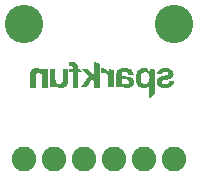
<source format=gbr>
G04 EAGLE Gerber RS-274X export*
G75*
%MOMM*%
%FSLAX34Y34*%
%LPD*%
%INSoldermask Bottom*%
%IPPOS*%
%AMOC8*
5,1,8,0,0,1.08239X$1,22.5*%
G01*
%ADD10C,3.251200*%
%ADD11C,2.082800*%
%ADD12C,0.025400*%

G36*
X131784Y63584D02*
X131784Y63584D01*
X135924Y67318D01*
X135926Y67324D01*
X135932Y67327D01*
X135956Y67387D01*
X135965Y67408D01*
X135964Y67410D01*
X135965Y67412D01*
X135965Y87986D01*
X135950Y88023D01*
X135940Y88062D01*
X135931Y88068D01*
X135927Y88077D01*
X135899Y88088D01*
X135863Y88110D01*
X131977Y88846D01*
X131962Y88843D01*
X131947Y88848D01*
X131915Y88833D01*
X131880Y88825D01*
X131872Y88812D01*
X131859Y88806D01*
X131844Y88767D01*
X131828Y88742D01*
X131831Y88731D01*
X131827Y88720D01*
X131851Y86803D01*
X131717Y86952D01*
X131716Y86953D01*
X131716Y86954D01*
X130827Y87919D01*
X130821Y87921D01*
X130817Y87928D01*
X130474Y88229D01*
X130463Y88233D01*
X130455Y88243D01*
X130061Y88476D01*
X130052Y88477D01*
X130044Y88484D01*
X128723Y89017D01*
X128712Y89017D01*
X128702Y89024D01*
X128220Y89126D01*
X128208Y89123D01*
X128196Y89128D01*
X126215Y89153D01*
X126204Y89149D01*
X126192Y89151D01*
X125107Y88968D01*
X125097Y88961D01*
X125083Y88961D01*
X124058Y88561D01*
X124051Y88553D01*
X124039Y88551D01*
X123137Y88010D01*
X123132Y88004D01*
X123123Y88001D01*
X122299Y87348D01*
X122293Y87338D01*
X122283Y87333D01*
X121491Y86443D01*
X121487Y86430D01*
X121475Y86421D01*
X120896Y85380D01*
X120894Y85368D01*
X120886Y85357D01*
X120212Y83244D01*
X120213Y83233D01*
X120207Y83222D01*
X119924Y81022D01*
X119927Y81011D01*
X119923Y80999D01*
X120041Y78784D01*
X120046Y78774D01*
X120044Y78762D01*
X120367Y77386D01*
X120374Y77377D01*
X120374Y77365D01*
X120930Y76065D01*
X120938Y76057D01*
X120940Y76046D01*
X121712Y74861D01*
X121721Y74855D01*
X121726Y74844D01*
X122383Y74137D01*
X122393Y74133D01*
X122399Y74123D01*
X123167Y73538D01*
X123178Y73536D01*
X123185Y73527D01*
X124041Y73081D01*
X124052Y73080D01*
X124061Y73072D01*
X124980Y72778D01*
X124990Y72779D01*
X125000Y72773D01*
X126212Y72584D01*
X126221Y72586D01*
X126230Y72583D01*
X127457Y72566D01*
X127465Y72569D01*
X127475Y72567D01*
X128692Y72722D01*
X128702Y72727D01*
X128714Y72727D01*
X129558Y72991D01*
X129568Y72999D01*
X129583Y73002D01*
X130352Y73439D01*
X130360Y73449D01*
X130374Y73454D01*
X131034Y74044D01*
X131040Y74056D01*
X131052Y74064D01*
X131572Y74780D01*
X131573Y74782D01*
X131573Y63678D01*
X131591Y63634D01*
X131608Y63591D01*
X131610Y63590D01*
X131611Y63587D01*
X131655Y63570D01*
X131699Y63552D01*
X131701Y63553D01*
X131703Y63552D01*
X131724Y63561D01*
X131784Y63584D01*
G37*
G36*
X114151Y72569D02*
X114151Y72569D01*
X114162Y72574D01*
X114176Y72572D01*
X115548Y72880D01*
X115559Y72888D01*
X115574Y72889D01*
X116843Y73495D01*
X116852Y73505D01*
X116866Y73509D01*
X117314Y73851D01*
X117320Y73861D01*
X117332Y73867D01*
X117709Y74287D01*
X117713Y74298D01*
X117723Y74306D01*
X118015Y74789D01*
X118017Y74800D01*
X118025Y74810D01*
X118398Y75803D01*
X118398Y75814D01*
X118404Y75825D01*
X118593Y76869D01*
X118590Y76880D01*
X118595Y76892D01*
X118592Y77953D01*
X118589Y77960D01*
X118591Y77963D01*
X118588Y77970D01*
X118589Y77980D01*
X118383Y78921D01*
X118374Y78933D01*
X118373Y78950D01*
X117944Y79812D01*
X117934Y79821D01*
X117929Y79836D01*
X117431Y80445D01*
X117426Y80448D01*
X117424Y80452D01*
X117418Y80454D01*
X117413Y80463D01*
X116803Y80961D01*
X116791Y80964D01*
X116782Y80975D01*
X116086Y81341D01*
X116075Y81342D01*
X116066Y81349D01*
X114581Y81833D01*
X114573Y81832D01*
X114564Y81837D01*
X113027Y82115D01*
X113023Y82114D01*
X113018Y82117D01*
X110812Y82345D01*
X109506Y82571D01*
X109037Y82736D01*
X108609Y82982D01*
X108325Y83243D01*
X108265Y83330D01*
X108223Y83427D01*
X108112Y83948D01*
X108112Y84479D01*
X108223Y85000D01*
X108362Y85314D01*
X108561Y85593D01*
X108814Y85827D01*
X109128Y86020D01*
X109474Y86148D01*
X109843Y86209D01*
X111198Y86259D01*
X111785Y86205D01*
X112346Y86040D01*
X112810Y85785D01*
X113200Y85429D01*
X113495Y84991D01*
X113679Y84496D01*
X113742Y83965D01*
X113742Y83922D01*
X113743Y83920D01*
X113742Y83918D01*
X113762Y83875D01*
X113780Y83831D01*
X113782Y83831D01*
X113783Y83829D01*
X113868Y83796D01*
X118009Y83796D01*
X118010Y83794D01*
X118052Y83784D01*
X118094Y83770D01*
X118100Y83773D01*
X118106Y83772D01*
X118131Y83788D01*
X118176Y83809D01*
X118201Y83834D01*
X118201Y83835D01*
X118217Y83877D01*
X118236Y83926D01*
X118236Y83927D01*
X118216Y83969D01*
X118197Y84012D01*
X118075Y84903D01*
X118069Y84914D01*
X118069Y84929D01*
X117735Y85870D01*
X117726Y85880D01*
X117723Y85894D01*
X117204Y86747D01*
X117193Y86755D01*
X117188Y86768D01*
X116505Y87498D01*
X116493Y87503D01*
X116485Y87515D01*
X115668Y88089D01*
X115656Y88092D01*
X115647Y88101D01*
X114489Y88630D01*
X114479Y88630D01*
X114470Y88637D01*
X113241Y88971D01*
X113232Y88970D01*
X113223Y88974D01*
X111483Y89188D01*
X111475Y89185D01*
X111467Y89188D01*
X109713Y89180D01*
X109706Y89177D01*
X109697Y89179D01*
X107958Y88949D01*
X107950Y88944D01*
X107939Y88945D01*
X106525Y88520D01*
X106516Y88512D01*
X106502Y88511D01*
X105199Y87817D01*
X105190Y87807D01*
X105176Y87802D01*
X104614Y87319D01*
X104607Y87305D01*
X104593Y87296D01*
X104166Y86691D01*
X104163Y86676D01*
X104151Y86664D01*
X103884Y85973D01*
X103885Y85958D01*
X103877Y85943D01*
X103786Y85208D01*
X103788Y85200D01*
X103785Y85192D01*
X103785Y80366D01*
X103786Y80364D01*
X103785Y80362D01*
X103792Y80347D01*
X103760Y80263D01*
X103785Y75925D01*
X103683Y74588D01*
X103334Y73293D01*
X103260Y73094D01*
X103261Y73069D01*
X103252Y73046D01*
X103263Y73022D01*
X103264Y72996D01*
X103283Y72979D01*
X103293Y72957D01*
X103320Y72946D01*
X103338Y72930D01*
X103357Y72932D01*
X103378Y72924D01*
X107412Y72924D01*
X107448Y72921D01*
X107476Y72930D01*
X107516Y72934D01*
X107553Y72953D01*
X107572Y72975D01*
X107604Y72999D01*
X107626Y73035D01*
X107628Y73052D01*
X107640Y73068D01*
X107716Y73348D01*
X107715Y73351D01*
X107717Y73354D01*
X107944Y74383D01*
X107954Y74406D01*
X107960Y74412D01*
X107968Y74414D01*
X107977Y74413D01*
X108001Y74397D01*
X108828Y73694D01*
X108839Y73690D01*
X108848Y73680D01*
X109799Y73140D01*
X109810Y73139D01*
X109820Y73131D01*
X110855Y72778D01*
X110867Y72779D01*
X110877Y72773D01*
X112495Y72532D01*
X112505Y72535D01*
X112516Y72531D01*
X114151Y72569D01*
G37*
G36*
X89284Y72798D02*
X89284Y72798D01*
X89287Y72797D01*
X89370Y72834D01*
X89421Y72885D01*
X89423Y72888D01*
X89425Y72889D01*
X89458Y72974D01*
X89458Y92304D01*
X89450Y92323D01*
X89452Y92343D01*
X89431Y92370D01*
X89420Y92395D01*
X89406Y92400D01*
X89395Y92414D01*
X85255Y94776D01*
X85220Y94780D01*
X85188Y94792D01*
X85173Y94785D01*
X85157Y94787D01*
X85130Y94765D01*
X85099Y94751D01*
X85092Y94735D01*
X85080Y94725D01*
X85078Y94698D01*
X85066Y94666D01*
X85066Y83236D01*
X79591Y88710D01*
X79588Y88712D01*
X79587Y88714D01*
X79502Y88747D01*
X74828Y88747D01*
X74826Y88747D01*
X74825Y88747D01*
X74781Y88727D01*
X74737Y88709D01*
X74737Y88707D01*
X74735Y88706D01*
X74719Y88662D01*
X74702Y88617D01*
X74703Y88615D01*
X74702Y88614D01*
X74740Y88531D01*
X80431Y82965D01*
X73834Y73070D01*
X73827Y73032D01*
X73813Y72995D01*
X73818Y72985D01*
X73816Y72973D01*
X73838Y72942D01*
X73855Y72906D01*
X73866Y72902D01*
X73872Y72893D01*
X73902Y72888D01*
X73940Y72874D01*
X79020Y72899D01*
X79037Y72906D01*
X79055Y72904D01*
X79084Y72926D01*
X79110Y72938D01*
X79115Y72950D01*
X79127Y72960D01*
X83360Y79938D01*
X85015Y78331D01*
X85015Y72923D01*
X85016Y72921D01*
X85015Y72919D01*
X85035Y72876D01*
X85053Y72832D01*
X85055Y72832D01*
X85056Y72830D01*
X85141Y72797D01*
X89281Y72797D01*
X89284Y72798D01*
G37*
G36*
X57716Y72497D02*
X57716Y72497D01*
X57727Y72494D01*
X58760Y72641D01*
X58771Y72647D01*
X58784Y72647D01*
X59770Y72990D01*
X59779Y72998D01*
X59792Y73000D01*
X60694Y73526D01*
X60701Y73536D01*
X60714Y73541D01*
X60968Y73769D01*
X60974Y73780D01*
X60985Y73788D01*
X61646Y74673D01*
X61648Y74684D01*
X61658Y74693D01*
X62146Y75683D01*
X62146Y75695D01*
X62154Y75705D01*
X62454Y76768D01*
X62452Y76779D01*
X62458Y76791D01*
X62559Y77890D01*
X62557Y77896D01*
X62559Y77902D01*
X62559Y88697D01*
X62558Y88699D01*
X62559Y88701D01*
X62539Y88744D01*
X62521Y88788D01*
X62519Y88788D01*
X62518Y88790D01*
X62433Y88823D01*
X58293Y88823D01*
X58291Y88822D01*
X58289Y88823D01*
X58246Y88803D01*
X58202Y88785D01*
X58202Y88783D01*
X58200Y88782D01*
X58167Y88697D01*
X58167Y78700D01*
X58018Y77870D01*
X57675Y77102D01*
X57403Y76740D01*
X57062Y76439D01*
X56667Y76214D01*
X55978Y75991D01*
X55259Y75911D01*
X54538Y75978D01*
X53847Y76190D01*
X53337Y76478D01*
X52906Y76875D01*
X52579Y77360D01*
X52370Y77910D01*
X52145Y79114D01*
X52069Y80344D01*
X52069Y88646D01*
X52068Y88648D01*
X52069Y88650D01*
X52049Y88693D01*
X52031Y88737D01*
X52029Y88737D01*
X52028Y88739D01*
X51943Y88772D01*
X47727Y88772D01*
X47725Y88771D01*
X47723Y88772D01*
X47680Y88752D01*
X47636Y88734D01*
X47636Y88732D01*
X47634Y88731D01*
X47601Y88646D01*
X47601Y73025D01*
X47602Y73023D01*
X47601Y73021D01*
X47621Y72978D01*
X47639Y72934D01*
X47641Y72934D01*
X47642Y72932D01*
X47727Y72899D01*
X51740Y72899D01*
X51742Y72900D01*
X51744Y72899D01*
X51787Y72919D01*
X51831Y72937D01*
X51831Y72939D01*
X51833Y72940D01*
X51866Y73025D01*
X51866Y75082D01*
X52373Y74441D01*
X52381Y74437D01*
X52385Y74428D01*
X53212Y73643D01*
X53221Y73640D01*
X53226Y73632D01*
X54156Y72973D01*
X54165Y72971D01*
X54173Y72963D01*
X54418Y72841D01*
X54429Y72840D01*
X54438Y72833D01*
X54700Y72752D01*
X54709Y72753D01*
X54718Y72748D01*
X56196Y72525D01*
X56204Y72527D01*
X56212Y72523D01*
X57706Y72493D01*
X57716Y72497D01*
G37*
G36*
X45239Y72824D02*
X45239Y72824D01*
X45241Y72823D01*
X45284Y72843D01*
X45328Y72861D01*
X45328Y72863D01*
X45330Y72864D01*
X45363Y72949D01*
X45363Y88671D01*
X45362Y88673D01*
X45363Y88675D01*
X45343Y88718D01*
X45325Y88762D01*
X45323Y88762D01*
X45322Y88764D01*
X45237Y88797D01*
X41199Y88797D01*
X41197Y88796D01*
X41195Y88797D01*
X41152Y88777D01*
X41108Y88759D01*
X41108Y88757D01*
X41106Y88756D01*
X41073Y88671D01*
X41073Y86603D01*
X41031Y86632D01*
X40917Y86768D01*
X40640Y87146D01*
X40636Y87148D01*
X40634Y87153D01*
X40232Y87626D01*
X40225Y87630D01*
X40221Y87638D01*
X40026Y87814D01*
X39886Y87940D01*
X39760Y88054D01*
X39750Y88057D01*
X39742Y88067D01*
X38844Y88634D01*
X38831Y88637D01*
X38820Y88646D01*
X37824Y89015D01*
X37811Y89015D01*
X37798Y89022D01*
X36746Y89177D01*
X36736Y89174D01*
X36725Y89178D01*
X34719Y89128D01*
X34709Y89124D01*
X34696Y89126D01*
X33719Y88920D01*
X33707Y88912D01*
X33691Y88911D01*
X32786Y88489D01*
X32777Y88478D01*
X32762Y88474D01*
X31977Y87856D01*
X31971Y87845D01*
X31959Y87839D01*
X31470Y87264D01*
X31467Y87253D01*
X31457Y87246D01*
X31073Y86597D01*
X31071Y86586D01*
X31063Y86577D01*
X30794Y85872D01*
X30794Y85863D01*
X30789Y85854D01*
X30549Y84747D01*
X30551Y84738D01*
X30547Y84730D01*
X30456Y83601D01*
X30458Y83596D01*
X30456Y83591D01*
X30456Y73050D01*
X30457Y73048D01*
X30456Y73046D01*
X30476Y73003D01*
X30494Y72959D01*
X30496Y72959D01*
X30497Y72957D01*
X30582Y72924D01*
X34671Y72924D01*
X34673Y72925D01*
X34675Y72924D01*
X34718Y72944D01*
X34762Y72962D01*
X34762Y72964D01*
X34764Y72965D01*
X34797Y73050D01*
X34797Y82696D01*
X34862Y83414D01*
X35053Y84102D01*
X35363Y84744D01*
X35659Y85131D01*
X36033Y85440D01*
X36468Y85657D01*
X36768Y85734D01*
X37084Y85751D01*
X38189Y85701D01*
X38745Y85614D01*
X39261Y85410D01*
X39718Y85096D01*
X40235Y84527D01*
X40598Y83848D01*
X40815Y83098D01*
X40895Y82315D01*
X40895Y72949D01*
X40896Y72947D01*
X40895Y72945D01*
X40915Y72902D01*
X40933Y72858D01*
X40935Y72858D01*
X40936Y72856D01*
X41021Y72823D01*
X45237Y72823D01*
X45239Y72824D01*
G37*
G36*
X144934Y72545D02*
X144934Y72545D01*
X144941Y72543D01*
X147507Y72721D01*
X147516Y72726D01*
X147526Y72724D01*
X148447Y72936D01*
X148458Y72944D01*
X148472Y72945D01*
X149329Y73342D01*
X149335Y73349D01*
X149344Y73351D01*
X150538Y74113D01*
X150543Y74119D01*
X150551Y74122D01*
X151066Y74553D01*
X151071Y74564D01*
X151083Y74570D01*
X151503Y75094D01*
X151507Y75105D01*
X151517Y75114D01*
X151826Y75710D01*
X151827Y75719D01*
X151834Y75727D01*
X152266Y76997D01*
X152265Y77007D01*
X152270Y77016D01*
X152372Y77600D01*
X152371Y77607D01*
X152374Y77613D01*
X152399Y77969D01*
X152398Y77973D01*
X152399Y77976D01*
X152398Y77978D01*
X152399Y77982D01*
X152387Y78008D01*
X152384Y78038D01*
X152383Y78039D01*
X152383Y78040D01*
X152372Y78049D01*
X152367Y78062D01*
X152361Y78065D01*
X152358Y78071D01*
X152328Y78083D01*
X152308Y78099D01*
X152306Y78099D01*
X152305Y78100D01*
X152290Y78099D01*
X152278Y78104D01*
X152276Y78103D01*
X152273Y78104D01*
X148412Y78104D01*
X148410Y78103D01*
X148408Y78104D01*
X148365Y78084D01*
X148321Y78066D01*
X148321Y78064D01*
X148319Y78063D01*
X148286Y77978D01*
X148286Y77931D01*
X148257Y77434D01*
X148111Y76972D01*
X147855Y76558D01*
X147751Y76453D01*
X147625Y76327D01*
X147413Y76115D01*
X146886Y75778D01*
X146299Y75561D01*
X145737Y75488D01*
X144407Y75488D01*
X143804Y75562D01*
X143237Y75759D01*
X142724Y76071D01*
X142437Y76355D01*
X142228Y76700D01*
X142111Y77085D01*
X142094Y77489D01*
X142179Y77884D01*
X142360Y78246D01*
X142625Y78550D01*
X142961Y78781D01*
X144068Y79251D01*
X145242Y79557D01*
X148873Y80420D01*
X148880Y80425D01*
X148889Y80425D01*
X149697Y80731D01*
X149704Y80737D01*
X149714Y80739D01*
X150465Y81166D01*
X150471Y81173D01*
X150481Y81177D01*
X151158Y81714D01*
X151163Y81724D01*
X151174Y81730D01*
X151511Y82115D01*
X151515Y82128D01*
X151526Y82137D01*
X151775Y82584D01*
X151776Y82597D01*
X151785Y82608D01*
X151937Y83097D01*
X151935Y83109D01*
X151942Y83122D01*
X152047Y84258D01*
X152044Y84271D01*
X152047Y84284D01*
X151918Y85418D01*
X151912Y85429D01*
X151913Y85443D01*
X151555Y86527D01*
X151547Y86536D01*
X151545Y86550D01*
X151246Y87072D01*
X151236Y87079D01*
X151231Y87092D01*
X150837Y87547D01*
X150826Y87552D01*
X150819Y87564D01*
X150343Y87933D01*
X150332Y87936D01*
X150323Y87945D01*
X149042Y88599D01*
X149031Y88600D01*
X149021Y88607D01*
X147643Y89018D01*
X147632Y89017D01*
X147620Y89023D01*
X146191Y89178D01*
X146184Y89176D01*
X146177Y89178D01*
X144374Y89178D01*
X144368Y89176D01*
X144361Y89178D01*
X142968Y89038D01*
X142959Y89033D01*
X142948Y89034D01*
X141597Y88666D01*
X141588Y88659D01*
X141574Y88657D01*
X140477Y88119D01*
X140468Y88109D01*
X140454Y88105D01*
X139495Y87348D01*
X139489Y87338D01*
X139478Y87333D01*
X139130Y86937D01*
X139128Y86932D01*
X139127Y86932D01*
X139126Y86928D01*
X139118Y86922D01*
X138832Y86480D01*
X138830Y86470D01*
X138823Y86463D01*
X138467Y85675D01*
X138467Y85670D01*
X138463Y85666D01*
X138260Y85108D01*
X138262Y85084D01*
X138257Y85072D01*
X138260Y85065D01*
X138255Y85040D01*
X138264Y85026D01*
X138255Y85014D01*
X138257Y85008D01*
X138253Y85001D01*
X138177Y84290D01*
X138179Y84284D01*
X138178Y84280D01*
X138179Y84278D01*
X138177Y84273D01*
X138194Y84236D01*
X138206Y84196D01*
X138214Y84192D01*
X138218Y84184D01*
X138268Y84164D01*
X138294Y84151D01*
X138298Y84153D01*
X138303Y84151D01*
X142189Y84151D01*
X142233Y84169D01*
X142277Y84187D01*
X142278Y84188D01*
X142280Y84189D01*
X142287Y84208D01*
X142315Y84269D01*
X142331Y84529D01*
X142386Y84772D01*
X142536Y85124D01*
X142754Y85437D01*
X143030Y85701D01*
X143452Y85972D01*
X143919Y86161D01*
X144415Y86259D01*
X145263Y86303D01*
X146111Y86259D01*
X146560Y86174D01*
X146984Y86017D01*
X147285Y85822D01*
X147518Y85554D01*
X147673Y85212D01*
X147721Y84840D01*
X147656Y84471D01*
X147472Y84110D01*
X147237Y83867D01*
X147189Y83817D01*
X146514Y83401D01*
X145762Y83129D01*
X143739Y82725D01*
X143738Y82724D01*
X143737Y82724D01*
X142014Y82343D01*
X142007Y82338D01*
X141998Y82338D01*
X140342Y81728D01*
X140336Y81722D01*
X140326Y81721D01*
X139570Y81316D01*
X139564Y81309D01*
X139555Y81306D01*
X138863Y80798D01*
X138858Y80788D01*
X138846Y80783D01*
X138514Y80433D01*
X138509Y80421D01*
X138498Y80412D01*
X138246Y80000D01*
X138244Y79986D01*
X138234Y79974D01*
X137897Y78971D01*
X137898Y78956D01*
X137890Y78942D01*
X137796Y77887D01*
X137799Y77878D01*
X137796Y77867D01*
X137872Y76826D01*
X137876Y76818D01*
X137875Y76808D01*
X138018Y76144D01*
X138024Y76134D01*
X138025Y76121D01*
X138291Y75496D01*
X138299Y75487D01*
X138302Y75475D01*
X138681Y74911D01*
X138691Y74904D01*
X138696Y74893D01*
X139422Y74150D01*
X139432Y74146D01*
X139438Y74135D01*
X140282Y73529D01*
X140292Y73527D01*
X140301Y73518D01*
X141236Y73067D01*
X141247Y73066D01*
X141257Y73059D01*
X142257Y72777D01*
X142265Y72778D01*
X142274Y72773D01*
X143588Y72591D01*
X143595Y72593D01*
X143601Y72590D01*
X144928Y72543D01*
X144934Y72545D01*
G37*
G36*
X71071Y72824D02*
X71071Y72824D01*
X71073Y72823D01*
X71116Y72843D01*
X71160Y72861D01*
X71160Y72863D01*
X71162Y72864D01*
X71195Y72949D01*
X71195Y85829D01*
X75058Y85853D01*
X75059Y85853D01*
X75104Y85873D01*
X75148Y85892D01*
X75149Y85893D01*
X75166Y85938D01*
X75183Y85984D01*
X75183Y85985D01*
X75146Y86068D01*
X72479Y88735D01*
X72476Y88737D01*
X72475Y88739D01*
X72390Y88772D01*
X71144Y88772D01*
X71144Y89103D01*
X71142Y89108D01*
X71144Y89113D01*
X70967Y91247D01*
X70962Y91257D01*
X70962Y91258D01*
X70962Y91259D01*
X70962Y91260D01*
X70963Y91269D01*
X70815Y91836D01*
X70808Y91845D01*
X70807Y91857D01*
X70559Y92388D01*
X70550Y92396D01*
X70547Y92408D01*
X70207Y92885D01*
X70197Y92891D01*
X70191Y92903D01*
X69448Y93613D01*
X69438Y93617D01*
X69436Y93621D01*
X69433Y93622D01*
X69429Y93628D01*
X68561Y94178D01*
X68549Y94180D01*
X68539Y94189D01*
X67581Y94558D01*
X67568Y94558D01*
X67557Y94565D01*
X66544Y94739D01*
X66534Y94737D01*
X66523Y94741D01*
X64973Y94741D01*
X64970Y94740D01*
X64966Y94741D01*
X63649Y94665D01*
X63627Y94665D01*
X63625Y94664D01*
X63623Y94665D01*
X63580Y94645D01*
X63536Y94627D01*
X63536Y94625D01*
X63534Y94624D01*
X63501Y94539D01*
X63501Y91516D01*
X63502Y91514D01*
X63501Y91512D01*
X63521Y91469D01*
X63539Y91425D01*
X63541Y91425D01*
X63542Y91423D01*
X63627Y91390D01*
X63703Y91390D01*
X63708Y91392D01*
X63715Y91390D01*
X63995Y91416D01*
X64910Y91501D01*
X65810Y91418D01*
X66092Y91321D01*
X66332Y91151D01*
X66514Y90919D01*
X66689Y90496D01*
X66752Y90034D01*
X66752Y88772D01*
X63906Y88772D01*
X63904Y88771D01*
X63902Y88772D01*
X63859Y88752D01*
X63815Y88734D01*
X63815Y88732D01*
X63813Y88731D01*
X63780Y88646D01*
X63780Y85979D01*
X63781Y85977D01*
X63780Y85975D01*
X63800Y85932D01*
X63818Y85888D01*
X63820Y85888D01*
X63821Y85886D01*
X63906Y85853D01*
X66778Y85853D01*
X66778Y72949D01*
X66779Y72947D01*
X66778Y72945D01*
X66798Y72902D01*
X66816Y72858D01*
X66818Y72858D01*
X66819Y72856D01*
X66904Y72823D01*
X71069Y72823D01*
X71071Y72824D01*
G37*
G36*
X101196Y72925D02*
X101196Y72925D01*
X101198Y72924D01*
X101241Y72944D01*
X101285Y72962D01*
X101286Y72964D01*
X101288Y72965D01*
X101320Y73050D01*
X101294Y87935D01*
X101278Y87973D01*
X101268Y88012D01*
X101259Y88017D01*
X101256Y88026D01*
X101227Y88037D01*
X101190Y88059D01*
X97329Y88745D01*
X97316Y88742D01*
X97303Y88747D01*
X97269Y88732D01*
X97233Y88723D01*
X97226Y88712D01*
X97214Y88706D01*
X97198Y88665D01*
X97182Y88639D01*
X97184Y88630D01*
X97181Y88621D01*
X97181Y85841D01*
X97134Y85856D01*
X96955Y86124D01*
X96269Y87166D01*
X96264Y87170D01*
X96261Y87177D01*
X95945Y87560D01*
X95932Y87567D01*
X95924Y87580D01*
X95530Y87882D01*
X95525Y87883D01*
X95522Y87887D01*
X94633Y88472D01*
X94630Y88473D01*
X94627Y88476D01*
X94016Y88829D01*
X94004Y88831D01*
X93993Y88840D01*
X93323Y89063D01*
X93311Y89062D01*
X93299Y89068D01*
X92598Y89152D01*
X92588Y89149D01*
X92576Y89153D01*
X91204Y89077D01*
X91161Y89056D01*
X91118Y89036D01*
X91117Y89034D01*
X91116Y89034D01*
X91110Y89016D01*
X91085Y88951D01*
X91085Y85090D01*
X91086Y85088D01*
X91085Y85086D01*
X91105Y85043D01*
X91123Y84999D01*
X91125Y84999D01*
X91126Y84997D01*
X91211Y84964D01*
X91237Y84964D01*
X91246Y84968D01*
X91258Y84965D01*
X91410Y84990D01*
X91412Y84992D01*
X91415Y84991D01*
X92012Y85116D01*
X93537Y85116D01*
X94079Y85024D01*
X94597Y84843D01*
X95076Y84579D01*
X95743Y84019D01*
X96268Y83327D01*
X96629Y82534D01*
X96829Y81715D01*
X96902Y80869D01*
X96902Y73050D01*
X96903Y73048D01*
X96902Y73046D01*
X96922Y73003D01*
X96940Y72959D01*
X96942Y72959D01*
X96943Y72957D01*
X97028Y72924D01*
X101194Y72924D01*
X101196Y72925D01*
G37*
%LPC*%
G36*
X126734Y75991D02*
X126734Y75991D01*
X125995Y76329D01*
X125369Y76845D01*
X124897Y77503D01*
X124608Y78264D01*
X124304Y80211D01*
X124307Y82182D01*
X124498Y83152D01*
X124901Y84051D01*
X125498Y84837D01*
X126257Y85467D01*
X126757Y85727D01*
X127299Y85883D01*
X127866Y85929D01*
X128941Y85878D01*
X129313Y85804D01*
X129651Y85642D01*
X130364Y85086D01*
X130961Y84406D01*
X131374Y83699D01*
X131641Y82925D01*
X131751Y82110D01*
X131725Y79564D01*
X131601Y78795D01*
X131376Y78120D01*
X131377Y78108D01*
X131371Y78096D01*
X131366Y78059D01*
X131374Y78032D01*
X131374Y78021D01*
X131346Y78008D01*
X131302Y77988D01*
X131302Y77987D01*
X131301Y77987D01*
X131268Y77902D01*
X131268Y77864D01*
X131256Y77805D01*
X131214Y77745D01*
X131214Y77744D01*
X131213Y77743D01*
X131162Y77667D01*
X131161Y77661D01*
X131156Y77656D01*
X130856Y77092D01*
X130444Y76623D01*
X129935Y76260D01*
X129258Y75970D01*
X128536Y75818D01*
X127625Y75812D01*
X126734Y75991D01*
G37*
%LPD*%
%LPC*%
G36*
X110039Y75612D02*
X110039Y75612D01*
X109717Y75734D01*
X109426Y75919D01*
X108682Y76638D01*
X108532Y76857D01*
X108425Y77106D01*
X108378Y77271D01*
X108171Y78341D01*
X108101Y79430D01*
X108101Y80264D01*
X108100Y80266D01*
X108101Y80268D01*
X108081Y80311D01*
X108081Y80313D01*
X108101Y80366D01*
X108101Y80658D01*
X108243Y80531D01*
X108258Y80526D01*
X108269Y80513D01*
X108476Y80406D01*
X108488Y80405D01*
X108498Y80397D01*
X109462Y80109D01*
X109470Y80110D01*
X109477Y80106D01*
X110469Y79937D01*
X110473Y79938D01*
X110477Y79935D01*
X111920Y79783D01*
X112470Y79678D01*
X112988Y79481D01*
X113462Y79197D01*
X113730Y78953D01*
X113934Y78655D01*
X114154Y78113D01*
X114261Y77538D01*
X114250Y76953D01*
X114179Y76645D01*
X114044Y76360D01*
X113853Y76110D01*
X113491Y75813D01*
X113070Y75610D01*
X112609Y75513D01*
X111081Y75463D01*
X110039Y75612D01*
G37*
%LPD*%
D10*
X25400Y127000D03*
X152400Y127000D03*
D11*
X25400Y12700D03*
X50800Y12700D03*
X76200Y12700D03*
X101600Y12700D03*
X127000Y12700D03*
X152400Y12700D03*
D12*
X45237Y72949D02*
X45237Y88671D01*
X41199Y88671D01*
X41199Y86462D01*
X41123Y86462D01*
X41095Y86464D01*
X41067Y86468D01*
X41040Y86477D01*
X41014Y86488D01*
X40989Y86502D01*
X40966Y86519D01*
X40945Y86538D01*
X40901Y86587D01*
X40858Y86638D01*
X40818Y86690D01*
X40538Y87071D01*
X40463Y87169D01*
X40385Y87266D01*
X40304Y87361D01*
X40221Y87453D01*
X40136Y87544D01*
X40048Y87632D01*
X39958Y87717D01*
X39866Y87801D01*
X39772Y87881D01*
X39675Y87960D01*
X39676Y87960D02*
X39565Y88045D01*
X39453Y88126D01*
X39338Y88205D01*
X39221Y88280D01*
X39103Y88352D01*
X38982Y88421D01*
X38860Y88486D01*
X38735Y88549D01*
X38609Y88607D01*
X38482Y88663D01*
X38353Y88714D01*
X38223Y88763D01*
X38091Y88807D01*
X37959Y88848D01*
X37825Y88886D01*
X37690Y88920D01*
X37555Y88950D01*
X37418Y88976D01*
X37281Y88999D01*
X37144Y89018D01*
X37005Y89033D01*
X36867Y89045D01*
X36728Y89052D01*
X36393Y89062D01*
X36059Y89065D01*
X35724Y89060D01*
X35390Y89048D01*
X35056Y89029D01*
X34722Y89002D01*
X34592Y88988D01*
X34462Y88970D01*
X34334Y88948D01*
X34206Y88923D01*
X34079Y88893D01*
X33952Y88860D01*
X33827Y88823D01*
X33703Y88782D01*
X33580Y88738D01*
X33459Y88690D01*
X33339Y88638D01*
X33221Y88583D01*
X33104Y88524D01*
X32990Y88462D01*
X32877Y88397D01*
X32766Y88328D01*
X32657Y88255D01*
X32551Y88180D01*
X32447Y88101D01*
X32345Y88020D01*
X32246Y87935D01*
X32149Y87847D01*
X32055Y87757D01*
X31967Y87667D01*
X31881Y87574D01*
X31798Y87480D01*
X31718Y87383D01*
X31641Y87283D01*
X31566Y87182D01*
X31494Y87078D01*
X31426Y86973D01*
X31360Y86865D01*
X31297Y86756D01*
X31238Y86645D01*
X31181Y86532D01*
X31128Y86418D01*
X31078Y86302D01*
X31032Y86185D01*
X30988Y86067D01*
X30949Y85947D01*
X30912Y85827D01*
X30857Y85628D01*
X30808Y85428D01*
X30763Y85227D01*
X30723Y85025D01*
X30688Y84822D01*
X30658Y84618D01*
X30633Y84413D01*
X30612Y84208D01*
X30597Y84003D01*
X30587Y83797D01*
X30582Y83591D01*
X30582Y73050D01*
X34671Y73050D01*
X34671Y82702D01*
X34673Y82825D01*
X34678Y82948D01*
X34688Y83071D01*
X34700Y83194D01*
X34717Y83315D01*
X34737Y83437D01*
X34761Y83558D01*
X34789Y83678D01*
X34820Y83797D01*
X34854Y83915D01*
X34892Y84032D01*
X34934Y84148D01*
X34979Y84262D01*
X35028Y84375D01*
X35080Y84487D01*
X35135Y84597D01*
X35193Y84705D01*
X35255Y84811D01*
X35303Y84888D01*
X35355Y84963D01*
X35409Y85036D01*
X35466Y85106D01*
X35526Y85175D01*
X35589Y85241D01*
X35654Y85304D01*
X35722Y85365D01*
X35792Y85422D01*
X35864Y85477D01*
X35939Y85529D01*
X36015Y85579D01*
X36094Y85624D01*
X36174Y85667D01*
X36256Y85707D01*
X36339Y85743D01*
X36424Y85776D01*
X36495Y85800D01*
X36566Y85821D01*
X36639Y85839D01*
X36712Y85853D01*
X36786Y85865D01*
X36860Y85873D01*
X36935Y85878D01*
X37009Y85879D01*
X37084Y85877D01*
X37084Y85878D02*
X38202Y85828D01*
X38202Y85827D02*
X38299Y85820D01*
X38396Y85811D01*
X38492Y85798D01*
X38588Y85781D01*
X38684Y85760D01*
X38778Y85737D01*
X38872Y85709D01*
X38964Y85678D01*
X39055Y85644D01*
X39145Y85606D01*
X39233Y85566D01*
X39320Y85521D01*
X39405Y85474D01*
X39489Y85423D01*
X39570Y85370D01*
X39649Y85313D01*
X39727Y85254D01*
X39801Y85192D01*
X39802Y85191D02*
X39881Y85120D01*
X39959Y85047D01*
X40034Y84970D01*
X40106Y84892D01*
X40176Y84811D01*
X40243Y84728D01*
X40307Y84643D01*
X40369Y84556D01*
X40427Y84466D01*
X40483Y84375D01*
X40536Y84282D01*
X40586Y84188D01*
X40632Y84092D01*
X40676Y83994D01*
X40716Y83895D01*
X40716Y83896D02*
X40759Y83780D01*
X40799Y83662D01*
X40836Y83544D01*
X40869Y83424D01*
X40899Y83304D01*
X40926Y83183D01*
X40950Y83061D01*
X40970Y82939D01*
X40987Y82816D01*
X41001Y82693D01*
X41011Y82569D01*
X41017Y82445D01*
X41021Y82321D01*
X41023Y81979D01*
X41021Y81637D01*
X41021Y81636D02*
X41021Y72949D01*
X45237Y72949D01*
X45237Y88671D01*
X41199Y88671D01*
X41199Y86462D01*
X41123Y86462D01*
X41095Y86464D01*
X41067Y86468D01*
X41040Y86477D01*
X41014Y86488D01*
X40989Y86502D01*
X40966Y86519D01*
X40945Y86538D01*
X40901Y86587D01*
X40858Y86638D01*
X40818Y86690D01*
X40538Y87071D01*
X40463Y87169D01*
X40385Y87266D01*
X40304Y87361D01*
X40221Y87453D01*
X40136Y87544D01*
X40048Y87632D01*
X39958Y87717D01*
X39866Y87801D01*
X39772Y87881D01*
X39675Y87960D01*
X39676Y87960D02*
X39565Y88045D01*
X39453Y88126D01*
X39338Y88205D01*
X39221Y88280D01*
X39103Y88352D01*
X38982Y88421D01*
X38860Y88486D01*
X38735Y88549D01*
X38609Y88607D01*
X38482Y88663D01*
X38353Y88714D01*
X38223Y88763D01*
X38091Y88807D01*
X37959Y88848D01*
X37825Y88886D01*
X37690Y88920D01*
X37555Y88950D01*
X37418Y88976D01*
X37281Y88999D01*
X37144Y89018D01*
X37005Y89033D01*
X36867Y89045D01*
X36728Y89052D01*
X36393Y89062D01*
X36059Y89065D01*
X35724Y89060D01*
X35390Y89048D01*
X35056Y89029D01*
X34722Y89002D01*
X34592Y88988D01*
X34462Y88970D01*
X34334Y88948D01*
X34206Y88923D01*
X34079Y88893D01*
X33952Y88860D01*
X33827Y88823D01*
X33703Y88782D01*
X33580Y88738D01*
X33459Y88690D01*
X33339Y88638D01*
X33221Y88583D01*
X33104Y88524D01*
X32990Y88462D01*
X32877Y88397D01*
X32766Y88328D01*
X32657Y88255D01*
X32551Y88180D01*
X32447Y88101D01*
X32345Y88020D01*
X32246Y87935D01*
X32149Y87847D01*
X32055Y87757D01*
X31967Y87667D01*
X31881Y87574D01*
X31798Y87480D01*
X31718Y87383D01*
X31641Y87283D01*
X31566Y87182D01*
X31494Y87078D01*
X31426Y86973D01*
X31360Y86865D01*
X31297Y86756D01*
X31238Y86645D01*
X31181Y86532D01*
X31128Y86418D01*
X31078Y86302D01*
X31032Y86185D01*
X30988Y86067D01*
X30949Y85947D01*
X30912Y85827D01*
X30857Y85628D01*
X30808Y85428D01*
X30763Y85227D01*
X30723Y85025D01*
X30688Y84822D01*
X30658Y84618D01*
X30633Y84413D01*
X30612Y84208D01*
X30597Y84003D01*
X30587Y83797D01*
X30582Y83591D01*
X30582Y73050D01*
X34671Y73050D01*
X34671Y82702D01*
X34673Y82825D01*
X34678Y82948D01*
X34688Y83071D01*
X34700Y83194D01*
X34717Y83315D01*
X34737Y83437D01*
X34761Y83558D01*
X34789Y83678D01*
X34820Y83797D01*
X34854Y83915D01*
X34892Y84032D01*
X34934Y84148D01*
X34979Y84262D01*
X35028Y84375D01*
X35080Y84487D01*
X35135Y84597D01*
X35193Y84705D01*
X35255Y84811D01*
X35303Y84888D01*
X35355Y84963D01*
X35409Y85036D01*
X35466Y85106D01*
X35526Y85175D01*
X35589Y85241D01*
X35654Y85304D01*
X35722Y85365D01*
X35792Y85422D01*
X35864Y85477D01*
X35939Y85529D01*
X36015Y85579D01*
X36094Y85624D01*
X36174Y85667D01*
X36256Y85707D01*
X36339Y85743D01*
X36424Y85776D01*
X36495Y85800D01*
X36566Y85821D01*
X36639Y85839D01*
X36712Y85853D01*
X36786Y85865D01*
X36860Y85873D01*
X36935Y85878D01*
X37009Y85879D01*
X37084Y85877D01*
X37084Y85878D02*
X38202Y85828D01*
X38202Y85827D02*
X38299Y85820D01*
X38396Y85811D01*
X38492Y85798D01*
X38588Y85781D01*
X38684Y85760D01*
X38778Y85737D01*
X38872Y85709D01*
X38964Y85678D01*
X39055Y85644D01*
X39145Y85606D01*
X39233Y85566D01*
X39320Y85521D01*
X39405Y85474D01*
X39489Y85423D01*
X39570Y85370D01*
X39649Y85313D01*
X39727Y85254D01*
X39801Y85192D01*
X39802Y85191D02*
X39881Y85120D01*
X39959Y85047D01*
X40034Y84970D01*
X40106Y84892D01*
X40176Y84811D01*
X40243Y84728D01*
X40307Y84643D01*
X40369Y84556D01*
X40427Y84466D01*
X40483Y84375D01*
X40536Y84282D01*
X40586Y84188D01*
X40632Y84092D01*
X40676Y83994D01*
X40716Y83895D01*
X40716Y83896D02*
X40759Y83780D01*
X40799Y83662D01*
X40836Y83544D01*
X40869Y83424D01*
X40899Y83304D01*
X40926Y83183D01*
X40950Y83061D01*
X40970Y82939D01*
X40987Y82816D01*
X41001Y82693D01*
X41011Y82569D01*
X41017Y82445D01*
X41021Y82321D01*
X41023Y81979D01*
X41021Y81637D01*
X41021Y81636D02*
X41021Y72949D01*
X45237Y72949D01*
X45237Y88671D01*
X41199Y88671D01*
X41199Y86462D01*
X41123Y86462D01*
X41095Y86464D01*
X41067Y86468D01*
X41040Y86477D01*
X41014Y86488D01*
X40989Y86502D01*
X40966Y86519D01*
X40945Y86538D01*
X40901Y86587D01*
X40858Y86638D01*
X40818Y86690D01*
X40538Y87071D01*
X40463Y87169D01*
X40385Y87266D01*
X40304Y87361D01*
X40221Y87453D01*
X40136Y87544D01*
X40048Y87632D01*
X39958Y87717D01*
X39866Y87801D01*
X39772Y87881D01*
X39675Y87960D01*
X39676Y87960D02*
X39565Y88045D01*
X39453Y88126D01*
X39338Y88205D01*
X39221Y88280D01*
X39103Y88352D01*
X38982Y88421D01*
X38860Y88486D01*
X38735Y88549D01*
X38609Y88607D01*
X38482Y88663D01*
X38353Y88714D01*
X38223Y88763D01*
X38091Y88807D01*
X37959Y88848D01*
X37825Y88886D01*
X37690Y88920D01*
X37555Y88950D01*
X37418Y88976D01*
X37281Y88999D01*
X37144Y89018D01*
X37005Y89033D01*
X36867Y89045D01*
X36728Y89052D01*
X36393Y89062D01*
X36059Y89065D01*
X35724Y89060D01*
X35390Y89048D01*
X35056Y89029D01*
X34722Y89002D01*
X34592Y88988D01*
X34462Y88970D01*
X34334Y88948D01*
X34206Y88923D01*
X34079Y88893D01*
X33952Y88860D01*
X33827Y88823D01*
X33703Y88782D01*
X33580Y88738D01*
X33459Y88690D01*
X33339Y88638D01*
X33221Y88583D01*
X33104Y88524D01*
X32990Y88462D01*
X32877Y88397D01*
X32766Y88328D01*
X32657Y88255D01*
X32551Y88180D01*
X32447Y88101D01*
X32345Y88020D01*
X32246Y87935D01*
X32149Y87847D01*
X32055Y87757D01*
X31967Y87667D01*
X31881Y87574D01*
X31798Y87480D01*
X31718Y87383D01*
X31641Y87283D01*
X31566Y87182D01*
X31494Y87078D01*
X31426Y86973D01*
X31360Y86865D01*
X31297Y86756D01*
X31238Y86645D01*
X31181Y86532D01*
X31128Y86418D01*
X31078Y86302D01*
X31032Y86185D01*
X30988Y86067D01*
X30949Y85947D01*
X30912Y85827D01*
X30857Y85628D01*
X30808Y85428D01*
X30763Y85227D01*
X30723Y85025D01*
X30688Y84822D01*
X30658Y84618D01*
X30633Y84413D01*
X30612Y84208D01*
X30597Y84003D01*
X30587Y83797D01*
X30582Y83591D01*
X30582Y73050D01*
X34671Y73050D01*
X34671Y82702D01*
X34673Y82825D01*
X34678Y82948D01*
X34688Y83071D01*
X34700Y83194D01*
X34717Y83315D01*
X34737Y83437D01*
X34761Y83558D01*
X34789Y83678D01*
X34820Y83797D01*
X34854Y83915D01*
X34892Y84032D01*
X34934Y84148D01*
X34979Y84262D01*
X35028Y84375D01*
X35080Y84487D01*
X35135Y84597D01*
X35193Y84705D01*
X35255Y84811D01*
X35303Y84888D01*
X35355Y84963D01*
X35409Y85036D01*
X35466Y85106D01*
X35526Y85175D01*
X35589Y85241D01*
X35654Y85304D01*
X35722Y85365D01*
X35792Y85422D01*
X35864Y85477D01*
X35939Y85529D01*
X36015Y85579D01*
X36094Y85624D01*
X36174Y85667D01*
X36256Y85707D01*
X36339Y85743D01*
X36424Y85776D01*
X36495Y85800D01*
X36566Y85821D01*
X36639Y85839D01*
X36712Y85853D01*
X36786Y85865D01*
X36860Y85873D01*
X36935Y85878D01*
X37009Y85879D01*
X37084Y85877D01*
X37084Y85878D02*
X38202Y85828D01*
X38202Y85827D02*
X38299Y85820D01*
X38396Y85811D01*
X38492Y85798D01*
X38588Y85781D01*
X38684Y85760D01*
X38778Y85737D01*
X38872Y85709D01*
X38964Y85678D01*
X39055Y85644D01*
X39145Y85606D01*
X39233Y85566D01*
X39320Y85521D01*
X39405Y85474D01*
X39489Y85423D01*
X39570Y85370D01*
X39649Y85313D01*
X39727Y85254D01*
X39801Y85192D01*
X39802Y85191D02*
X39881Y85120D01*
X39959Y85047D01*
X40034Y84970D01*
X40106Y84892D01*
X40176Y84811D01*
X40243Y84728D01*
X40307Y84643D01*
X40369Y84556D01*
X40427Y84466D01*
X40483Y84375D01*
X40536Y84282D01*
X40586Y84188D01*
X40632Y84092D01*
X40676Y83994D01*
X40716Y83895D01*
X40716Y83896D02*
X40759Y83780D01*
X40799Y83662D01*
X40836Y83544D01*
X40869Y83424D01*
X40899Y83304D01*
X40926Y83183D01*
X40950Y83061D01*
X40970Y82939D01*
X40987Y82816D01*
X41001Y82693D01*
X41011Y82569D01*
X41017Y82445D01*
X41021Y82321D01*
X41023Y81979D01*
X41021Y81637D01*
X41021Y81636D02*
X41021Y72949D01*
X45237Y72949D01*
M02*

</source>
